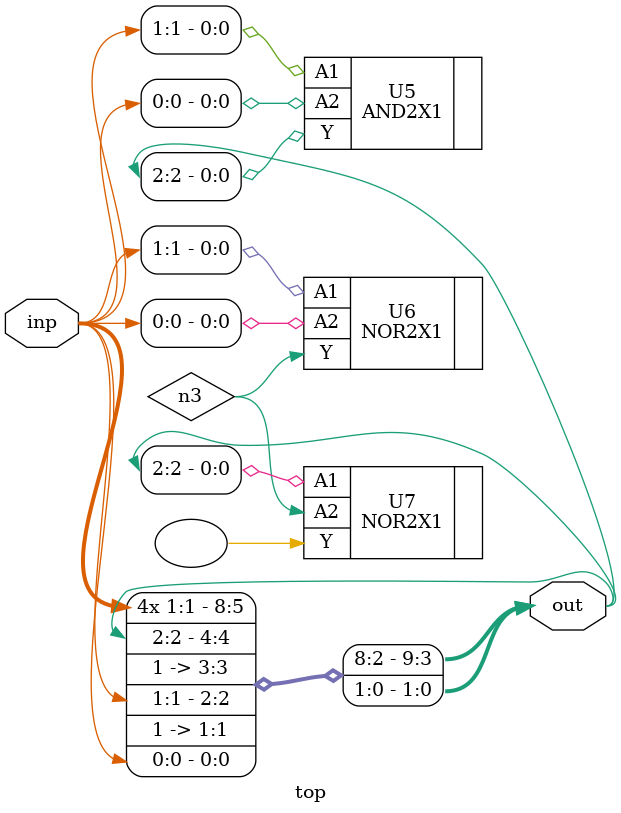
<source format=sv>


module top ( inp, out );
  input [1:0] inp;
  output [9:0] out;
  wire   n3;
  assign out[0] = inp[0];
  assign out[6] = inp[1];
  assign out[3] = inp[1];
  assign out[7] = inp[1];
  assign out[8] = inp[1];
  assign out[9] = inp[1];
  assign out[1] = out[4];
  assign out[5] = out[2];

  AND2X1 U5 (.A1(inp[1]), .A2(inp[0]), .Y(out[2]));
  NOR2X1 U6 (.A1(inp[1]), .A2(inp[0]), .Y(n3));
  NOR2X1 U7 (.A1(out[2]), .A2(n3), .Y());

  assign out[4] = 1'b1;
endmodule



</source>
